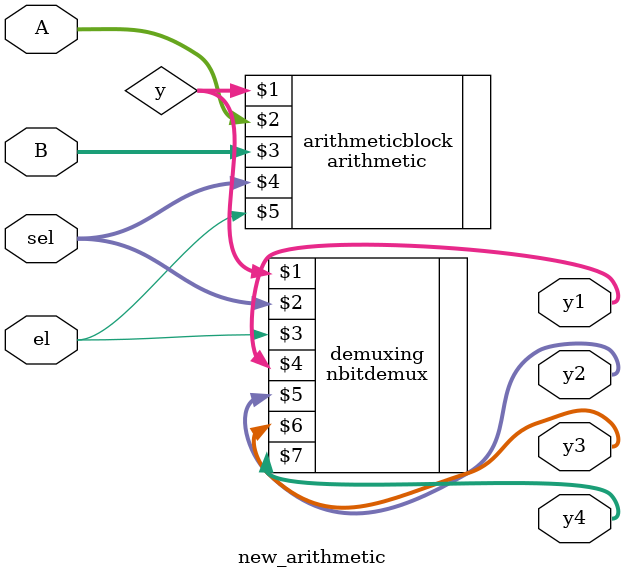
<source format=v>
`include"nbitdemux.v"
`include"arithmetic.v"

module new_arithmetic(input [7:0]A,B,input el,input [1:0]sel,output [15:0]y1,y2,y3,y4);
//nbitdemux demuxing(Y,P,enable_low,y1,y2,y3,y4);
wire [15:0]y;

arithmetic arithmeticblock(y,A,B,sel,el);
//module  nbitdemux(input [15:0]i,input [1:0]sel,input el,output reg [15:0]y1,y2,y3,y4);
//initial $display("output in new arith %d",y);

nbitdemux demuxing(y,sel,el,y1,y2,y3,y4);
//initial
//$display("output in new arith %d %d %d %d %d",y,y1,y2,y3,y4);

endmodule







</source>
